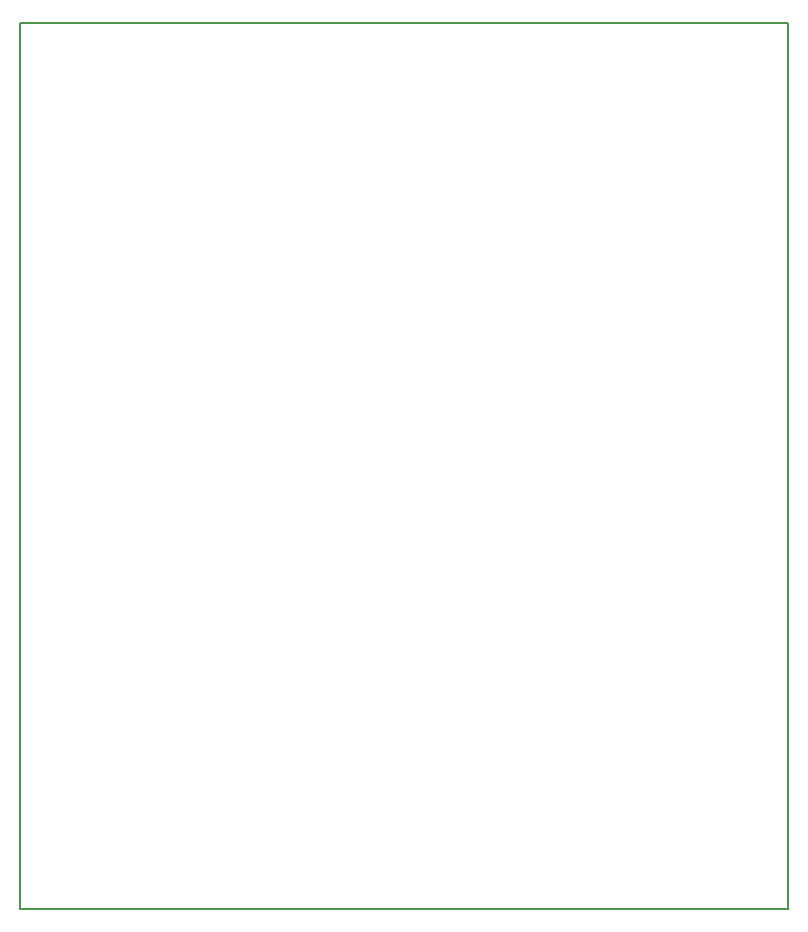
<source format=gm1>
G04 #@! TF.FileFunction,Profile,NP*
%FSLAX46Y46*%
G04 Gerber Fmt 4.6, Leading zero omitted, Abs format (unit mm)*
G04 Created by KiCad (PCBNEW 4.0.6) date 04/22/17 16:33:41*
%MOMM*%
%LPD*%
G01*
G04 APERTURE LIST*
%ADD10C,0.100000*%
%ADD11C,0.150000*%
G04 APERTURE END LIST*
D10*
D11*
X123825000Y-57531000D02*
X188825000Y-57531000D01*
X188825000Y-57531000D02*
X188825000Y-132531000D01*
X123825000Y-132531000D02*
X188825000Y-132531000D01*
X123825000Y-57531000D02*
X123825000Y-132531000D01*
M02*

</source>
